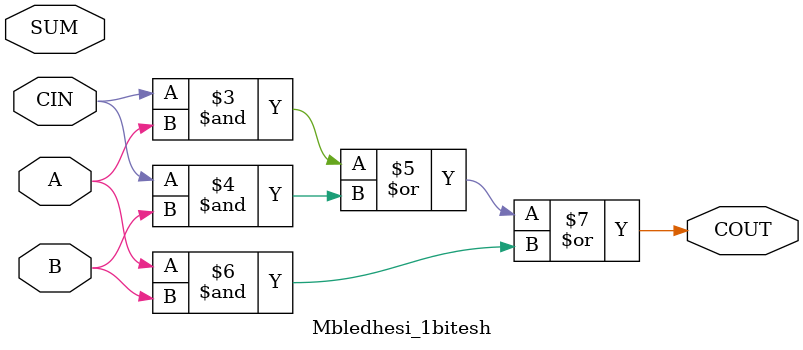
<source format=v>
`timescale 1ns / 1ps


module Mbledhesi_1bitesh(
 input A,
    input B,
    input CIN,
    input SUM,
    output COUT
    );
    
    assign SUM=CIN^A^B;
    assign COUT= CIN & A | CIN & B |A & B ;
endmodule

</source>
